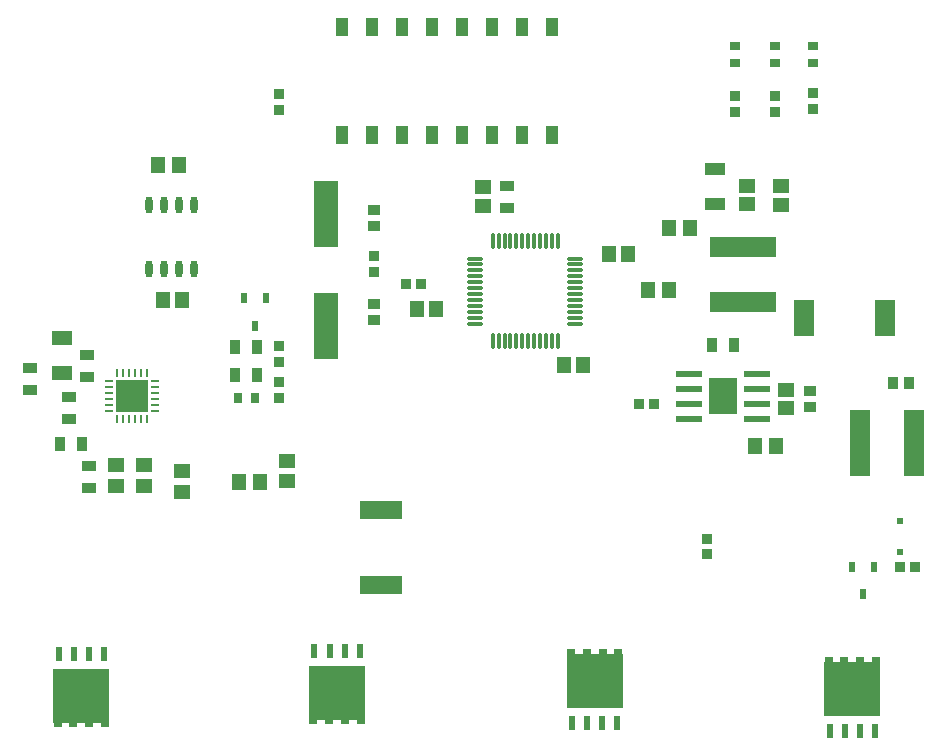
<source format=gtp>
G04*
G04 #@! TF.GenerationSoftware,Altium Limited,Altium Designer,20.2.6 (244)*
G04*
G04 Layer_Color=8421504*
%FSLAX25Y25*%
%MOIN*%
G70*
G04*
G04 #@! TF.SameCoordinates,8FED6943-84A2-46AE-932A-9FA205965DA7*
G04*
G04*
G04 #@! TF.FilePolarity,Positive*
G04*
G01*
G75*
%ADD23R,0.05118X0.03740*%
%ADD24R,0.03740X0.05118*%
%ADD25R,0.05512X0.05118*%
%ADD26R,0.06693X0.04134*%
%ADD27R,0.02756X0.03543*%
%ADD28R,0.04528X0.05315*%
%ADD29O,0.05709X0.01181*%
%ADD30O,0.01181X0.05709*%
%ADD31R,0.05118X0.05512*%
%ADD32O,0.02362X0.05709*%
%ADD33R,0.08300X0.22000*%
%ADD34R,0.04331X0.06299*%
%ADD35R,0.03740X0.03347*%
%ADD36R,0.03347X0.03740*%
%ADD37R,0.03937X0.03543*%
%ADD38R,0.05315X0.04528*%
%ADD39R,0.02756X0.04724*%
%ADD40R,0.02441X0.04724*%
%ADD41R,0.18504X0.18110*%
%ADD42R,0.02362X0.03543*%
%ADD43R,0.00945X0.02559*%
%ADD44R,0.02559X0.00945*%
%ADD45R,0.11024X0.11024*%
%ADD46R,0.07087X0.22441*%
%ADD47R,0.22441X0.07087*%
%ADD48R,0.07087X0.05118*%
%ADD49R,0.14370X0.06299*%
%ADD50R,0.03543X0.02756*%
%ADD51R,0.03543X0.03937*%
%ADD52R,0.08661X0.01968*%
%ADD53R,0.09449X0.12205*%
%ADD54R,0.06693X0.12402*%
%ADD55R,0.02165X0.02165*%
D23*
X18307Y306594D02*
D03*
Y299311D02*
D03*
X-121457Y243012D02*
D03*
Y250295D02*
D03*
X-121063Y213484D02*
D03*
Y206201D02*
D03*
X-127559Y236319D02*
D03*
Y229035D02*
D03*
X-140500Y246049D02*
D03*
Y238766D02*
D03*
D24*
X-72342Y253150D02*
D03*
X-65059D02*
D03*
X-64858Y243750D02*
D03*
X-72142D02*
D03*
X-123327Y220669D02*
D03*
X-130610D02*
D03*
X86858Y253750D02*
D03*
X94142D02*
D03*
D25*
X98500Y300600D02*
D03*
Y306900D02*
D03*
X111500Y232600D02*
D03*
Y238900D02*
D03*
X10500Y306400D02*
D03*
Y300100D02*
D03*
X109843Y306890D02*
D03*
Y300591D02*
D03*
D26*
X87795Y300886D02*
D03*
Y312500D02*
D03*
D27*
X-65744Y236250D02*
D03*
X-71256D02*
D03*
D28*
X-97945Y313750D02*
D03*
X-91055D02*
D03*
X65555Y272250D02*
D03*
X72445D02*
D03*
X72555Y292750D02*
D03*
X79445D02*
D03*
X-64000Y208250D02*
D03*
X-70890D02*
D03*
X101055Y220211D02*
D03*
X107945D02*
D03*
D29*
X7866Y282577D02*
D03*
Y280608D02*
D03*
Y278640D02*
D03*
Y276671D02*
D03*
Y274703D02*
D03*
Y272734D02*
D03*
Y270766D02*
D03*
Y268797D02*
D03*
Y266829D02*
D03*
Y264860D02*
D03*
Y262892D02*
D03*
Y260923D02*
D03*
X41134D02*
D03*
Y262892D02*
D03*
Y264860D02*
D03*
Y266829D02*
D03*
Y268797D02*
D03*
Y270766D02*
D03*
Y272734D02*
D03*
Y274703D02*
D03*
Y276671D02*
D03*
Y278640D02*
D03*
Y280608D02*
D03*
Y282577D02*
D03*
D30*
X13673Y255116D02*
D03*
X15642D02*
D03*
X17610D02*
D03*
X19579D02*
D03*
X21547D02*
D03*
X23516D02*
D03*
X25484D02*
D03*
X27453D02*
D03*
X29421D02*
D03*
X31390D02*
D03*
X33358D02*
D03*
X35327D02*
D03*
Y288384D02*
D03*
X33358D02*
D03*
X31390D02*
D03*
X29421D02*
D03*
X27453D02*
D03*
X25484D02*
D03*
X23516D02*
D03*
X21547D02*
D03*
X19579D02*
D03*
X17610D02*
D03*
X15642D02*
D03*
X13673D02*
D03*
D31*
X-96150Y268750D02*
D03*
X-89850D02*
D03*
X43650Y247250D02*
D03*
X37350D02*
D03*
X58650Y284250D02*
D03*
X52350D02*
D03*
X-11650Y265750D02*
D03*
X-5350D02*
D03*
D32*
X-101000Y279022D02*
D03*
X-96000D02*
D03*
X-91000D02*
D03*
X-86000D02*
D03*
X-101000Y300478D02*
D03*
X-96000D02*
D03*
X-91000D02*
D03*
X-86000D02*
D03*
D33*
X-42000Y297449D02*
D03*
Y260049D02*
D03*
D34*
X33500Y359750D02*
D03*
X23500D02*
D03*
X13500D02*
D03*
X3500D02*
D03*
X-6500D02*
D03*
X-16500D02*
D03*
X-26500D02*
D03*
X-36500D02*
D03*
X33500Y323923D02*
D03*
X23500D02*
D03*
X13500D02*
D03*
X3500D02*
D03*
X-6500D02*
D03*
X-16500D02*
D03*
X-26500D02*
D03*
X-36500D02*
D03*
D35*
X-26000Y283309D02*
D03*
Y278191D02*
D03*
X120276Y332531D02*
D03*
Y337650D02*
D03*
X107677Y331532D02*
D03*
Y336650D02*
D03*
X-57500Y337309D02*
D03*
Y332191D02*
D03*
X94437Y331484D02*
D03*
Y336602D02*
D03*
X85000Y189089D02*
D03*
Y183970D02*
D03*
X-57500Y241368D02*
D03*
Y236250D02*
D03*
Y248191D02*
D03*
Y253309D02*
D03*
D36*
X62441Y234250D02*
D03*
X67559D02*
D03*
X154559Y179750D02*
D03*
X149441D02*
D03*
X-15394Y274250D02*
D03*
X-10276D02*
D03*
D37*
X-26000Y262250D02*
D03*
Y267565D02*
D03*
X-26000Y298907D02*
D03*
Y293593D02*
D03*
X119500Y233092D02*
D03*
Y238407D02*
D03*
D38*
X-90000Y204805D02*
D03*
Y211695D02*
D03*
X-112000Y206805D02*
D03*
Y213695D02*
D03*
X-102500Y206805D02*
D03*
Y213695D02*
D03*
X-55000Y208305D02*
D03*
Y215195D02*
D03*
D39*
X-30349Y129628D02*
D03*
X-35605D02*
D03*
X-40841D02*
D03*
X-46097D02*
D03*
X125626Y147372D02*
D03*
X130882D02*
D03*
X136118D02*
D03*
X141374D02*
D03*
X39765Y149978D02*
D03*
X45020D02*
D03*
X50257D02*
D03*
X55513D02*
D03*
X-115626Y128628D02*
D03*
X-120882D02*
D03*
X-126118D02*
D03*
X-131374D02*
D03*
D40*
X-45782Y151872D02*
D03*
X-40723D02*
D03*
X-35723D02*
D03*
X-30664D02*
D03*
X141059Y125128D02*
D03*
X136000D02*
D03*
X131000D02*
D03*
X125941D02*
D03*
X55198Y127734D02*
D03*
X50139D02*
D03*
X45139D02*
D03*
X40080D02*
D03*
X-131059Y150872D02*
D03*
X-126000D02*
D03*
X-121000D02*
D03*
X-115941D02*
D03*
D41*
X-38223Y137856D02*
D03*
X133500Y139144D02*
D03*
X47639Y141750D02*
D03*
X-123500Y136856D02*
D03*
D42*
X137000Y170722D02*
D03*
X133260Y179778D02*
D03*
X140740D02*
D03*
X-61760Y269305D02*
D03*
X-69240D02*
D03*
X-65500Y260250D02*
D03*
D43*
X-111421Y244427D02*
D03*
X-109453D02*
D03*
X-107484D02*
D03*
X-105516D02*
D03*
X-103547D02*
D03*
X-101579D02*
D03*
Y229073D02*
D03*
X-103547D02*
D03*
X-105516D02*
D03*
X-107484D02*
D03*
X-109453D02*
D03*
X-111421D02*
D03*
D44*
X-98823Y241671D02*
D03*
Y239703D02*
D03*
Y237734D02*
D03*
Y235766D02*
D03*
Y233797D02*
D03*
Y231829D02*
D03*
X-114177D02*
D03*
Y233797D02*
D03*
Y235766D02*
D03*
Y237734D02*
D03*
Y239703D02*
D03*
Y241671D02*
D03*
D45*
X-106500Y236750D02*
D03*
D46*
X135945Y221250D02*
D03*
X154055D02*
D03*
D47*
X97000Y286305D02*
D03*
Y268195D02*
D03*
D48*
X-130000Y244541D02*
D03*
Y255959D02*
D03*
D49*
X-23500Y198750D02*
D03*
Y173750D02*
D03*
D50*
X94437Y353299D02*
D03*
Y347787D02*
D03*
X107677Y353346D02*
D03*
Y347835D02*
D03*
X120276D02*
D03*
Y353346D02*
D03*
D51*
X152315Y241250D02*
D03*
X147000D02*
D03*
D52*
X101819Y229186D02*
D03*
Y234186D02*
D03*
Y239186D02*
D03*
Y244186D02*
D03*
X79181Y229186D02*
D03*
Y234186D02*
D03*
Y239186D02*
D03*
Y244186D02*
D03*
D53*
X90500Y236686D02*
D03*
D54*
X144583Y262750D02*
D03*
X117417D02*
D03*
D55*
X149500Y184750D02*
D03*
Y194986D02*
D03*
M02*

</source>
